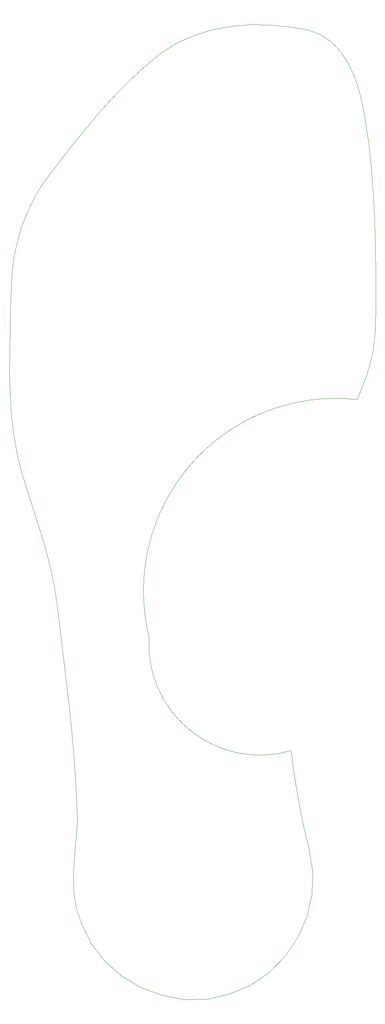
<source format=gbr>
G04 #@! TF.GenerationSoftware,KiCad,Pcbnew,(5.0.0)*
G04 #@! TF.CreationDate,2020-01-29T13:37:31+01:00*
G04 #@! TF.ProjectId,Insole_PCB,496E736F6C655F5043422E6B69636164,rev?*
G04 #@! TF.SameCoordinates,Original*
G04 #@! TF.FileFunction,Other,ECO2*
%FSLAX46Y46*%
G04 Gerber Fmt 4.6, Leading zero omitted, Abs format (unit mm)*
G04 Created by KiCad (PCBNEW (5.0.0)) date 01/29/20 13:37:31*
%MOMM*%
%LPD*%
G01*
G04 APERTURE LIST*
%ADD10C,0.100000*%
G04 APERTURE END LIST*
D10*
X241916105Y-141726212D02*
G75*
G03X194509453Y-195700707I-4806652J-43584495D01*
G01*
X194506501Y-195696710D02*
G75*
G03X226859453Y-221700707I25314434J-1632981D01*
G01*
X188307676Y-272998035D02*
X184429049Y-269599255D01*
X192748796Y-275636105D02*
X188307676Y-272998035D01*
X230517385Y-259383620D02*
X228453414Y-264122232D01*
X230965969Y-244059780D02*
X231859071Y-249195125D01*
X177253170Y-250765309D02*
X177392649Y-247340938D01*
X177386791Y-254162291D02*
X177253170Y-250765309D01*
X177926763Y-257520514D02*
X177386791Y-254162291D01*
X231681074Y-254355494D02*
X230517385Y-259383620D01*
X212902875Y-277036155D02*
X207829448Y-278213505D01*
X179006338Y-260828610D02*
X177926763Y-257520514D01*
X181274681Y-265517023D02*
X179006338Y-260828610D01*
X225574569Y-268414065D02*
X221966258Y-272101835D01*
X202671448Y-278321105D02*
X197590642Y-277436225D01*
X184429049Y-269599255D02*
X181274681Y-265517023D01*
X197590642Y-277436225D02*
X192748796Y-275636105D01*
X207829448Y-278213505D02*
X202671448Y-278321105D01*
X217713891Y-275028295D02*
X212902875Y-277036155D01*
X221966258Y-272101835D02*
X217713891Y-275028295D01*
X228453414Y-264122232D02*
X225574569Y-268414065D01*
X231859071Y-249195125D02*
X231681074Y-254355494D01*
X175555892Y-205094366D02*
X174877320Y-199410189D01*
X239889452Y-65098085D02*
X241204700Y-67886634D01*
X236214809Y-60392945D02*
X238241722Y-62565275D01*
X213417808Y-56647885D02*
X217797056Y-56317925D01*
X230836630Y-57548645D02*
X233762012Y-58685815D01*
X200978637Y-60445935D02*
X204951688Y-58669925D01*
X183860660Y-75587631D02*
X186995742Y-72163286D01*
X168231082Y-95951751D02*
X170055755Y-92896662D01*
X162814969Y-125994815D02*
X162943563Y-121205867D01*
X164486088Y-154597949D02*
X163634483Y-149882368D01*
X163634483Y-149882368D02*
X163087389Y-145136526D01*
X177957901Y-240455506D02*
X178117172Y-237017183D01*
X177392649Y-247340938D02*
X177671976Y-243900547D01*
X178016537Y-233596949D02*
X177698508Y-227884119D01*
X242234167Y-70826182D02*
X243024553Y-73811994D01*
X238241722Y-62565275D02*
X239889452Y-65098085D01*
X174171462Y-193730464D02*
X173453261Y-188054765D01*
X165645210Y-158770831D02*
X164486088Y-154597949D01*
X245669953Y-95037623D02*
X245984506Y-101172586D01*
X245190068Y-88916657D02*
X245669953Y-95037623D01*
X177883989Y-82709106D02*
X180830821Y-79112684D01*
X244516915Y-82815342D02*
X245190068Y-88916657D01*
X197254806Y-62787895D02*
X200978637Y-60445935D01*
X180830821Y-79112684D02*
X183860660Y-75587631D01*
X165397764Y-102451018D02*
X166677910Y-99143394D01*
X177278488Y-222177872D02*
X176771417Y-216477781D01*
X163037923Y-116429936D02*
X163210723Y-112864084D01*
X162708596Y-130789569D02*
X162814969Y-125994815D01*
X178117172Y-237017183D02*
X178016537Y-233596949D01*
X166677910Y-99143394D02*
X168231082Y-95951751D01*
X163662646Y-109331933D02*
X164392168Y-105854055D01*
X193670580Y-65734075D02*
X197254806Y-62787895D01*
X190258304Y-68868988D02*
X193670580Y-65734075D01*
X170788946Y-175334222D02*
X169550218Y-171181699D01*
X243622560Y-76739333D02*
X244516915Y-82815342D01*
X204951688Y-58669925D02*
X209117049Y-57417895D01*
X162943563Y-121205867D02*
X163037923Y-116429936D01*
X174877320Y-199410189D02*
X174171462Y-193730464D01*
X233762012Y-58685815D02*
X236214809Y-60392945D01*
X172150404Y-89998695D02*
X174997929Y-86347556D01*
X170055755Y-92896662D02*
X172150404Y-89998695D01*
X163210723Y-112864084D02*
X163662646Y-109331933D01*
X226563378Y-56810255D02*
X230836630Y-57548645D01*
X217797056Y-56317925D02*
X222197883Y-56386025D01*
X186995742Y-72163286D02*
X190258304Y-68868988D01*
X164392168Y-105854055D02*
X165397764Y-102451018D01*
X172802114Y-183755307D02*
X171893461Y-179520276D01*
X177698508Y-227884119D02*
X177278488Y-222177872D01*
X209117049Y-57417895D02*
X213417808Y-56647885D01*
X174997929Y-86347556D02*
X177883989Y-82709106D01*
X163087389Y-145136526D02*
X162788350Y-140367637D01*
X166916703Y-162915451D02*
X165645210Y-158770831D01*
X168238921Y-167047258D02*
X166916703Y-162915451D01*
X169550218Y-171181699D02*
X168238921Y-167047258D01*
X171893461Y-179520276D02*
X170788946Y-175334222D01*
X177671976Y-243900547D02*
X177957901Y-240455506D01*
X243024553Y-73811994D02*
X243622560Y-76739333D01*
X241204700Y-67886634D02*
X242234167Y-70826182D01*
X222197883Y-56386025D02*
X226563378Y-56810255D01*
X162680906Y-135582914D02*
X162708596Y-130789569D01*
X176771417Y-216477781D02*
X176192239Y-210783422D01*
X176192239Y-210783422D02*
X175555892Y-205094366D01*
X162788350Y-140367637D02*
X162680906Y-135582914D01*
X173453261Y-188054765D02*
X172802114Y-183755307D01*
X246161661Y-107315892D02*
X246229351Y-113461885D01*
X245504935Y-131026303D02*
X244178928Y-136087471D01*
X244178928Y-136087471D02*
X241959453Y-141720707D01*
X246148081Y-125739315D02*
X245504935Y-131026303D01*
X229353902Y-237126430D02*
X230115905Y-240602735D01*
X227527892Y-226607334D02*
X228066728Y-230126173D01*
X246229351Y-113461885D02*
X246215511Y-119604911D01*
X228673120Y-233633390D02*
X229353902Y-237126430D01*
X245984506Y-101172586D02*
X246161661Y-107315892D01*
X230115905Y-240602735D02*
X230965969Y-244059780D01*
X228066728Y-230126173D02*
X228673120Y-233633390D01*
X227049781Y-223079430D02*
X227527892Y-226607334D01*
X226859453Y-221700707D02*
X227049781Y-223079430D01*
X246215511Y-119604911D02*
X246148081Y-125739315D01*
M02*

</source>
